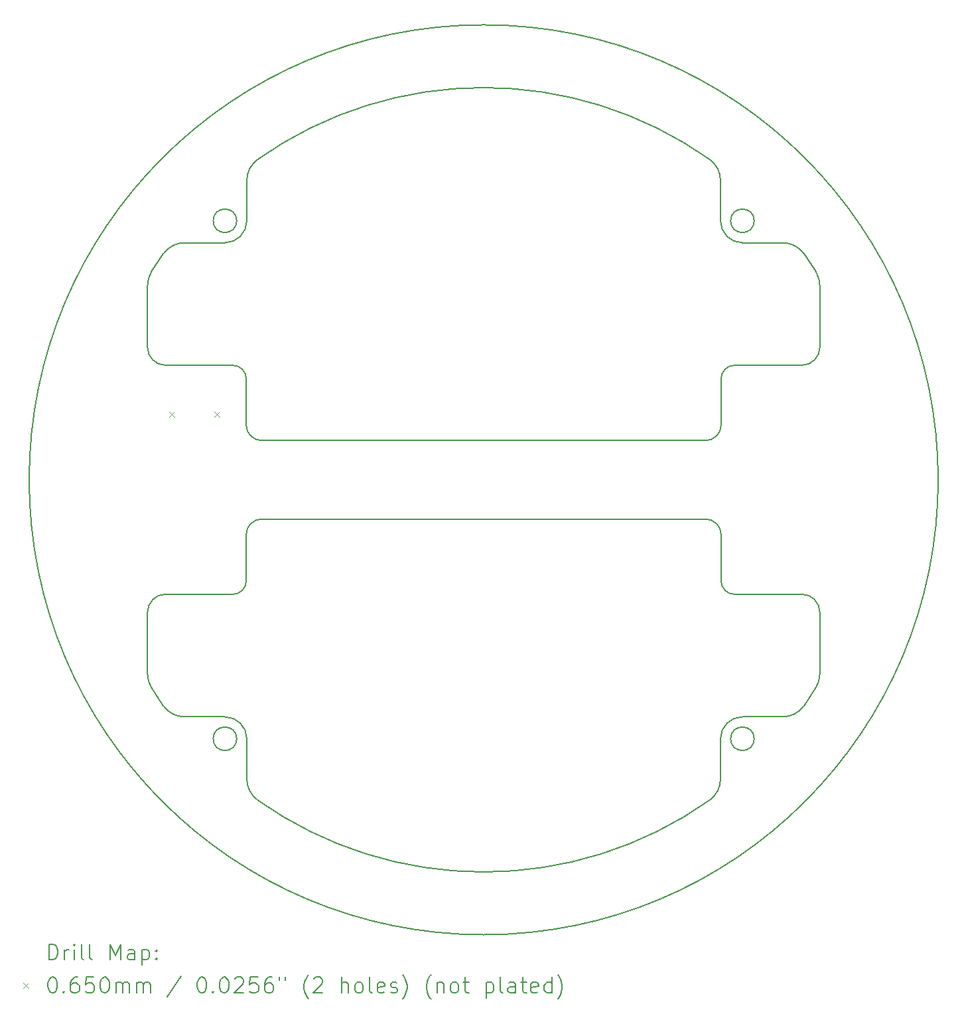
<source format=gbr>
%TF.GenerationSoftware,KiCad,Pcbnew,7.0.11*%
%TF.CreationDate,2025-01-20T01:48:32+09:00*%
%TF.ProjectId,Line,4c696e65-2e6b-4696-9361-645f70636258,rev?*%
%TF.SameCoordinates,Original*%
%TF.FileFunction,Drillmap*%
%TF.FilePolarity,Positive*%
%FSLAX45Y45*%
G04 Gerber Fmt 4.5, Leading zero omitted, Abs format (unit mm)*
G04 Created by KiCad (PCBNEW 7.0.11) date 2025-01-20 01:48:32*
%MOMM*%
%LPD*%
G01*
G04 APERTURE LIST*
%ADD10C,0.200000*%
%ADD11C,0.100000*%
G04 APERTURE END LIST*
D10*
X12409400Y-10660000D02*
X18070235Y-10660000D01*
X12087924Y-13461893D02*
G75*
G03*
X11787924Y-13461893I-150000J0D01*
G01*
X11787924Y-13461893D02*
G75*
G03*
X12087924Y-13461893I150000J0D01*
G01*
X18262129Y-13461893D02*
X18262129Y-13975588D01*
X19325395Y-7277629D02*
X19479809Y-7510005D01*
X18439835Y-8700415D02*
G75*
G03*
X18270235Y-8870018I5J-169605D01*
G01*
X18270240Y-10860000D02*
G75*
G03*
X18070235Y-10660000I-200000J0D01*
G01*
X18262129Y-6344412D02*
X18262129Y-6858107D01*
X18122187Y-14245575D02*
G75*
G03*
X18262129Y-13975588I-190467J269986D01*
G01*
X11154241Y-13042371D02*
X10999826Y-12809995D01*
X10949603Y-8470000D02*
G75*
G03*
X11180020Y-8700418I230418J0D01*
G01*
X11424230Y-7137689D02*
X11937924Y-7137689D01*
X19325396Y-7277629D02*
G75*
G03*
X19055405Y-7137689I-269986J-190471D01*
G01*
X18541711Y-13182309D02*
G75*
G03*
X18262129Y-13461893I-1J-279581D01*
G01*
X11180020Y-11619582D02*
X12039800Y-11619582D01*
X18270238Y-11449982D02*
G75*
G03*
X18439835Y-11619582I169603J3D01*
G01*
X19055405Y-13182311D02*
X18541711Y-13182311D01*
X12409400Y-10660000D02*
G75*
G03*
X12209400Y-10860000I0J-200000D01*
G01*
X12209400Y-11449982D02*
X12209400Y-10860000D01*
X18070235Y-9660000D02*
X12409400Y-9660000D01*
X12217507Y-13975588D02*
G75*
G03*
X12357447Y-14245577I330413J-2D01*
G01*
X18541711Y-7137689D02*
X19055405Y-7137689D01*
X12209402Y-8870018D02*
G75*
G03*
X12039800Y-8700418I-169603J-3D01*
G01*
X19530033Y-11850000D02*
X19530033Y-12634874D01*
X11180020Y-11619582D02*
G75*
G03*
X10949602Y-11850000I0J-230418D01*
G01*
X19530038Y-11850000D02*
G75*
G03*
X19299616Y-11619582I-230418J0D01*
G01*
X12209400Y-9460000D02*
G75*
G03*
X12409400Y-9660000I200000J0D01*
G01*
X18070235Y-9660005D02*
G75*
G03*
X18270235Y-9460000I-5J200005D01*
G01*
X19299616Y-8700423D02*
G75*
G03*
X19530033Y-8470000I-6J230423D01*
G01*
X19055405Y-13182310D02*
G75*
G03*
X19325395Y-13042371I-5J330430D01*
G01*
X12209400Y-9460000D02*
X12209400Y-8870018D01*
X11154240Y-13042371D02*
G75*
G03*
X11424230Y-13182311I269990J190481D01*
G01*
X12039800Y-8700418D02*
X11180020Y-8700418D01*
X18122188Y-6074423D02*
G75*
G03*
X12357447Y-6074423I-2882370J-4085577D01*
G01*
X19479809Y-12809995D02*
X19325395Y-13042371D01*
X18270235Y-8870018D02*
X18270235Y-9460000D01*
X18691711Y-6858107D02*
G75*
G03*
X18391711Y-6858107I-150000J0D01*
G01*
X18391711Y-6858107D02*
G75*
G03*
X18691711Y-6858107I150000J0D01*
G01*
X18262131Y-6858107D02*
G75*
G03*
X18541711Y-7137689I279579J-3D01*
G01*
X12357447Y-6074423D02*
G75*
G03*
X12217507Y-6344412I190473J-269987D01*
G01*
X12039800Y-11619580D02*
G75*
G03*
X12209400Y-11449982I0J169600D01*
G01*
X18270235Y-10860000D02*
X18270235Y-11449982D01*
X12087924Y-6858107D02*
G75*
G03*
X11787924Y-6858107I-150000J0D01*
G01*
X11787924Y-6858107D02*
G75*
G03*
X12087924Y-6858107I150000J0D01*
G01*
X10999828Y-7510006D02*
G75*
G03*
X10949602Y-7685126I280192J-175124D01*
G01*
X10999826Y-7510005D02*
X11154241Y-7277629D01*
X12217507Y-6858107D02*
X12217507Y-6344412D01*
X19299616Y-8700418D02*
X18439835Y-8700418D01*
X12217499Y-13461893D02*
G75*
G03*
X11937924Y-13182311I-279579J3D01*
G01*
X18439835Y-11619582D02*
X19299616Y-11619582D01*
X18691711Y-13461893D02*
G75*
G03*
X18391711Y-13461893I-150000J0D01*
G01*
X18391711Y-13461893D02*
G75*
G03*
X18691711Y-13461893I150000J0D01*
G01*
X21039818Y-10160000D02*
G75*
G03*
X9439818Y-10160000I-5800000J0D01*
G01*
X9439818Y-10160000D02*
G75*
G03*
X21039818Y-10160000I5800000J0D01*
G01*
X11424230Y-7137690D02*
G75*
G03*
X11154241Y-7277629I0J-330420D01*
G01*
X10949602Y-12634874D02*
X10949602Y-11850000D01*
X12217507Y-13975588D02*
X12217507Y-13461893D01*
X11937924Y-7137697D02*
G75*
G03*
X12217507Y-6858107I-4J279587D01*
G01*
X10949600Y-12634874D02*
G75*
G03*
X10999826Y-12809995I330420J4D01*
G01*
X18262126Y-6344412D02*
G75*
G03*
X18122188Y-6074423I-330416J2D01*
G01*
X11937924Y-13182311D02*
X11424230Y-13182311D01*
X19530033Y-7685126D02*
X19530033Y-8470000D01*
X12357447Y-14245577D02*
G75*
G03*
X18122188Y-14245577I2882371J4085577D01*
G01*
X19479811Y-12809996D02*
G75*
G03*
X19530033Y-12634874I-280221J175126D01*
G01*
X10949602Y-8470000D02*
X10949602Y-7685126D01*
X19530034Y-7685126D02*
G75*
G03*
X19479809Y-7510005I-330394J6D01*
G01*
D11*
X11225856Y-9294080D02*
X11290856Y-9359080D01*
X11290856Y-9294080D02*
X11225856Y-9359080D01*
X11803856Y-9294080D02*
X11868856Y-9359080D01*
X11868856Y-9294080D02*
X11803856Y-9359080D01*
D10*
X9690594Y-16281484D02*
X9690594Y-16081484D01*
X9690594Y-16081484D02*
X9738213Y-16081484D01*
X9738213Y-16081484D02*
X9766785Y-16091008D01*
X9766785Y-16091008D02*
X9785833Y-16110055D01*
X9785833Y-16110055D02*
X9795356Y-16129103D01*
X9795356Y-16129103D02*
X9804880Y-16167198D01*
X9804880Y-16167198D02*
X9804880Y-16195769D01*
X9804880Y-16195769D02*
X9795356Y-16233865D01*
X9795356Y-16233865D02*
X9785833Y-16252912D01*
X9785833Y-16252912D02*
X9766785Y-16271960D01*
X9766785Y-16271960D02*
X9738213Y-16281484D01*
X9738213Y-16281484D02*
X9690594Y-16281484D01*
X9890594Y-16281484D02*
X9890594Y-16148150D01*
X9890594Y-16186246D02*
X9900118Y-16167198D01*
X9900118Y-16167198D02*
X9909642Y-16157674D01*
X9909642Y-16157674D02*
X9928690Y-16148150D01*
X9928690Y-16148150D02*
X9947737Y-16148150D01*
X10014404Y-16281484D02*
X10014404Y-16148150D01*
X10014404Y-16081484D02*
X10004880Y-16091008D01*
X10004880Y-16091008D02*
X10014404Y-16100531D01*
X10014404Y-16100531D02*
X10023928Y-16091008D01*
X10023928Y-16091008D02*
X10014404Y-16081484D01*
X10014404Y-16081484D02*
X10014404Y-16100531D01*
X10138213Y-16281484D02*
X10119166Y-16271960D01*
X10119166Y-16271960D02*
X10109642Y-16252912D01*
X10109642Y-16252912D02*
X10109642Y-16081484D01*
X10242975Y-16281484D02*
X10223928Y-16271960D01*
X10223928Y-16271960D02*
X10214404Y-16252912D01*
X10214404Y-16252912D02*
X10214404Y-16081484D01*
X10471547Y-16281484D02*
X10471547Y-16081484D01*
X10471547Y-16081484D02*
X10538214Y-16224341D01*
X10538214Y-16224341D02*
X10604880Y-16081484D01*
X10604880Y-16081484D02*
X10604880Y-16281484D01*
X10785833Y-16281484D02*
X10785833Y-16176722D01*
X10785833Y-16176722D02*
X10776309Y-16157674D01*
X10776309Y-16157674D02*
X10757261Y-16148150D01*
X10757261Y-16148150D02*
X10719166Y-16148150D01*
X10719166Y-16148150D02*
X10700118Y-16157674D01*
X10785833Y-16271960D02*
X10766785Y-16281484D01*
X10766785Y-16281484D02*
X10719166Y-16281484D01*
X10719166Y-16281484D02*
X10700118Y-16271960D01*
X10700118Y-16271960D02*
X10690594Y-16252912D01*
X10690594Y-16252912D02*
X10690594Y-16233865D01*
X10690594Y-16233865D02*
X10700118Y-16214817D01*
X10700118Y-16214817D02*
X10719166Y-16205293D01*
X10719166Y-16205293D02*
X10766785Y-16205293D01*
X10766785Y-16205293D02*
X10785833Y-16195769D01*
X10881071Y-16148150D02*
X10881071Y-16348150D01*
X10881071Y-16157674D02*
X10900118Y-16148150D01*
X10900118Y-16148150D02*
X10938214Y-16148150D01*
X10938214Y-16148150D02*
X10957261Y-16157674D01*
X10957261Y-16157674D02*
X10966785Y-16167198D01*
X10966785Y-16167198D02*
X10976309Y-16186246D01*
X10976309Y-16186246D02*
X10976309Y-16243388D01*
X10976309Y-16243388D02*
X10966785Y-16262436D01*
X10966785Y-16262436D02*
X10957261Y-16271960D01*
X10957261Y-16271960D02*
X10938214Y-16281484D01*
X10938214Y-16281484D02*
X10900118Y-16281484D01*
X10900118Y-16281484D02*
X10881071Y-16271960D01*
X11062023Y-16262436D02*
X11071547Y-16271960D01*
X11071547Y-16271960D02*
X11062023Y-16281484D01*
X11062023Y-16281484D02*
X11052499Y-16271960D01*
X11052499Y-16271960D02*
X11062023Y-16262436D01*
X11062023Y-16262436D02*
X11062023Y-16281484D01*
X11062023Y-16157674D02*
X11071547Y-16167198D01*
X11071547Y-16167198D02*
X11062023Y-16176722D01*
X11062023Y-16176722D02*
X11052499Y-16167198D01*
X11052499Y-16167198D02*
X11062023Y-16157674D01*
X11062023Y-16157674D02*
X11062023Y-16176722D01*
D11*
X9364818Y-16577500D02*
X9429818Y-16642500D01*
X9429818Y-16577500D02*
X9364818Y-16642500D01*
D10*
X9728690Y-16501484D02*
X9747737Y-16501484D01*
X9747737Y-16501484D02*
X9766785Y-16511008D01*
X9766785Y-16511008D02*
X9776309Y-16520531D01*
X9776309Y-16520531D02*
X9785833Y-16539579D01*
X9785833Y-16539579D02*
X9795356Y-16577674D01*
X9795356Y-16577674D02*
X9795356Y-16625293D01*
X9795356Y-16625293D02*
X9785833Y-16663388D01*
X9785833Y-16663388D02*
X9776309Y-16682436D01*
X9776309Y-16682436D02*
X9766785Y-16691960D01*
X9766785Y-16691960D02*
X9747737Y-16701484D01*
X9747737Y-16701484D02*
X9728690Y-16701484D01*
X9728690Y-16701484D02*
X9709642Y-16691960D01*
X9709642Y-16691960D02*
X9700118Y-16682436D01*
X9700118Y-16682436D02*
X9690594Y-16663388D01*
X9690594Y-16663388D02*
X9681071Y-16625293D01*
X9681071Y-16625293D02*
X9681071Y-16577674D01*
X9681071Y-16577674D02*
X9690594Y-16539579D01*
X9690594Y-16539579D02*
X9700118Y-16520531D01*
X9700118Y-16520531D02*
X9709642Y-16511008D01*
X9709642Y-16511008D02*
X9728690Y-16501484D01*
X9881071Y-16682436D02*
X9890594Y-16691960D01*
X9890594Y-16691960D02*
X9881071Y-16701484D01*
X9881071Y-16701484D02*
X9871547Y-16691960D01*
X9871547Y-16691960D02*
X9881071Y-16682436D01*
X9881071Y-16682436D02*
X9881071Y-16701484D01*
X10062023Y-16501484D02*
X10023928Y-16501484D01*
X10023928Y-16501484D02*
X10004880Y-16511008D01*
X10004880Y-16511008D02*
X9995356Y-16520531D01*
X9995356Y-16520531D02*
X9976309Y-16549103D01*
X9976309Y-16549103D02*
X9966785Y-16587198D01*
X9966785Y-16587198D02*
X9966785Y-16663388D01*
X9966785Y-16663388D02*
X9976309Y-16682436D01*
X9976309Y-16682436D02*
X9985833Y-16691960D01*
X9985833Y-16691960D02*
X10004880Y-16701484D01*
X10004880Y-16701484D02*
X10042975Y-16701484D01*
X10042975Y-16701484D02*
X10062023Y-16691960D01*
X10062023Y-16691960D02*
X10071547Y-16682436D01*
X10071547Y-16682436D02*
X10081071Y-16663388D01*
X10081071Y-16663388D02*
X10081071Y-16615769D01*
X10081071Y-16615769D02*
X10071547Y-16596722D01*
X10071547Y-16596722D02*
X10062023Y-16587198D01*
X10062023Y-16587198D02*
X10042975Y-16577674D01*
X10042975Y-16577674D02*
X10004880Y-16577674D01*
X10004880Y-16577674D02*
X9985833Y-16587198D01*
X9985833Y-16587198D02*
X9976309Y-16596722D01*
X9976309Y-16596722D02*
X9966785Y-16615769D01*
X10262023Y-16501484D02*
X10166785Y-16501484D01*
X10166785Y-16501484D02*
X10157261Y-16596722D01*
X10157261Y-16596722D02*
X10166785Y-16587198D01*
X10166785Y-16587198D02*
X10185833Y-16577674D01*
X10185833Y-16577674D02*
X10233452Y-16577674D01*
X10233452Y-16577674D02*
X10252499Y-16587198D01*
X10252499Y-16587198D02*
X10262023Y-16596722D01*
X10262023Y-16596722D02*
X10271547Y-16615769D01*
X10271547Y-16615769D02*
X10271547Y-16663388D01*
X10271547Y-16663388D02*
X10262023Y-16682436D01*
X10262023Y-16682436D02*
X10252499Y-16691960D01*
X10252499Y-16691960D02*
X10233452Y-16701484D01*
X10233452Y-16701484D02*
X10185833Y-16701484D01*
X10185833Y-16701484D02*
X10166785Y-16691960D01*
X10166785Y-16691960D02*
X10157261Y-16682436D01*
X10395356Y-16501484D02*
X10414404Y-16501484D01*
X10414404Y-16501484D02*
X10433452Y-16511008D01*
X10433452Y-16511008D02*
X10442975Y-16520531D01*
X10442975Y-16520531D02*
X10452499Y-16539579D01*
X10452499Y-16539579D02*
X10462023Y-16577674D01*
X10462023Y-16577674D02*
X10462023Y-16625293D01*
X10462023Y-16625293D02*
X10452499Y-16663388D01*
X10452499Y-16663388D02*
X10442975Y-16682436D01*
X10442975Y-16682436D02*
X10433452Y-16691960D01*
X10433452Y-16691960D02*
X10414404Y-16701484D01*
X10414404Y-16701484D02*
X10395356Y-16701484D01*
X10395356Y-16701484D02*
X10376309Y-16691960D01*
X10376309Y-16691960D02*
X10366785Y-16682436D01*
X10366785Y-16682436D02*
X10357261Y-16663388D01*
X10357261Y-16663388D02*
X10347737Y-16625293D01*
X10347737Y-16625293D02*
X10347737Y-16577674D01*
X10347737Y-16577674D02*
X10357261Y-16539579D01*
X10357261Y-16539579D02*
X10366785Y-16520531D01*
X10366785Y-16520531D02*
X10376309Y-16511008D01*
X10376309Y-16511008D02*
X10395356Y-16501484D01*
X10547737Y-16701484D02*
X10547737Y-16568150D01*
X10547737Y-16587198D02*
X10557261Y-16577674D01*
X10557261Y-16577674D02*
X10576309Y-16568150D01*
X10576309Y-16568150D02*
X10604880Y-16568150D01*
X10604880Y-16568150D02*
X10623928Y-16577674D01*
X10623928Y-16577674D02*
X10633452Y-16596722D01*
X10633452Y-16596722D02*
X10633452Y-16701484D01*
X10633452Y-16596722D02*
X10642975Y-16577674D01*
X10642975Y-16577674D02*
X10662023Y-16568150D01*
X10662023Y-16568150D02*
X10690594Y-16568150D01*
X10690594Y-16568150D02*
X10709642Y-16577674D01*
X10709642Y-16577674D02*
X10719166Y-16596722D01*
X10719166Y-16596722D02*
X10719166Y-16701484D01*
X10814404Y-16701484D02*
X10814404Y-16568150D01*
X10814404Y-16587198D02*
X10823928Y-16577674D01*
X10823928Y-16577674D02*
X10842975Y-16568150D01*
X10842975Y-16568150D02*
X10871547Y-16568150D01*
X10871547Y-16568150D02*
X10890595Y-16577674D01*
X10890595Y-16577674D02*
X10900118Y-16596722D01*
X10900118Y-16596722D02*
X10900118Y-16701484D01*
X10900118Y-16596722D02*
X10909642Y-16577674D01*
X10909642Y-16577674D02*
X10928690Y-16568150D01*
X10928690Y-16568150D02*
X10957261Y-16568150D01*
X10957261Y-16568150D02*
X10976309Y-16577674D01*
X10976309Y-16577674D02*
X10985833Y-16596722D01*
X10985833Y-16596722D02*
X10985833Y-16701484D01*
X11376309Y-16491960D02*
X11204880Y-16749103D01*
X11633452Y-16501484D02*
X11652499Y-16501484D01*
X11652499Y-16501484D02*
X11671547Y-16511008D01*
X11671547Y-16511008D02*
X11681071Y-16520531D01*
X11681071Y-16520531D02*
X11690595Y-16539579D01*
X11690595Y-16539579D02*
X11700118Y-16577674D01*
X11700118Y-16577674D02*
X11700118Y-16625293D01*
X11700118Y-16625293D02*
X11690595Y-16663388D01*
X11690595Y-16663388D02*
X11681071Y-16682436D01*
X11681071Y-16682436D02*
X11671547Y-16691960D01*
X11671547Y-16691960D02*
X11652499Y-16701484D01*
X11652499Y-16701484D02*
X11633452Y-16701484D01*
X11633452Y-16701484D02*
X11614404Y-16691960D01*
X11614404Y-16691960D02*
X11604880Y-16682436D01*
X11604880Y-16682436D02*
X11595356Y-16663388D01*
X11595356Y-16663388D02*
X11585833Y-16625293D01*
X11585833Y-16625293D02*
X11585833Y-16577674D01*
X11585833Y-16577674D02*
X11595356Y-16539579D01*
X11595356Y-16539579D02*
X11604880Y-16520531D01*
X11604880Y-16520531D02*
X11614404Y-16511008D01*
X11614404Y-16511008D02*
X11633452Y-16501484D01*
X11785833Y-16682436D02*
X11795356Y-16691960D01*
X11795356Y-16691960D02*
X11785833Y-16701484D01*
X11785833Y-16701484D02*
X11776309Y-16691960D01*
X11776309Y-16691960D02*
X11785833Y-16682436D01*
X11785833Y-16682436D02*
X11785833Y-16701484D01*
X11919166Y-16501484D02*
X11938214Y-16501484D01*
X11938214Y-16501484D02*
X11957261Y-16511008D01*
X11957261Y-16511008D02*
X11966785Y-16520531D01*
X11966785Y-16520531D02*
X11976309Y-16539579D01*
X11976309Y-16539579D02*
X11985833Y-16577674D01*
X11985833Y-16577674D02*
X11985833Y-16625293D01*
X11985833Y-16625293D02*
X11976309Y-16663388D01*
X11976309Y-16663388D02*
X11966785Y-16682436D01*
X11966785Y-16682436D02*
X11957261Y-16691960D01*
X11957261Y-16691960D02*
X11938214Y-16701484D01*
X11938214Y-16701484D02*
X11919166Y-16701484D01*
X11919166Y-16701484D02*
X11900118Y-16691960D01*
X11900118Y-16691960D02*
X11890595Y-16682436D01*
X11890595Y-16682436D02*
X11881071Y-16663388D01*
X11881071Y-16663388D02*
X11871547Y-16625293D01*
X11871547Y-16625293D02*
X11871547Y-16577674D01*
X11871547Y-16577674D02*
X11881071Y-16539579D01*
X11881071Y-16539579D02*
X11890595Y-16520531D01*
X11890595Y-16520531D02*
X11900118Y-16511008D01*
X11900118Y-16511008D02*
X11919166Y-16501484D01*
X12062023Y-16520531D02*
X12071547Y-16511008D01*
X12071547Y-16511008D02*
X12090595Y-16501484D01*
X12090595Y-16501484D02*
X12138214Y-16501484D01*
X12138214Y-16501484D02*
X12157261Y-16511008D01*
X12157261Y-16511008D02*
X12166785Y-16520531D01*
X12166785Y-16520531D02*
X12176309Y-16539579D01*
X12176309Y-16539579D02*
X12176309Y-16558627D01*
X12176309Y-16558627D02*
X12166785Y-16587198D01*
X12166785Y-16587198D02*
X12052499Y-16701484D01*
X12052499Y-16701484D02*
X12176309Y-16701484D01*
X12357261Y-16501484D02*
X12262023Y-16501484D01*
X12262023Y-16501484D02*
X12252499Y-16596722D01*
X12252499Y-16596722D02*
X12262023Y-16587198D01*
X12262023Y-16587198D02*
X12281071Y-16577674D01*
X12281071Y-16577674D02*
X12328690Y-16577674D01*
X12328690Y-16577674D02*
X12347737Y-16587198D01*
X12347737Y-16587198D02*
X12357261Y-16596722D01*
X12357261Y-16596722D02*
X12366785Y-16615769D01*
X12366785Y-16615769D02*
X12366785Y-16663388D01*
X12366785Y-16663388D02*
X12357261Y-16682436D01*
X12357261Y-16682436D02*
X12347737Y-16691960D01*
X12347737Y-16691960D02*
X12328690Y-16701484D01*
X12328690Y-16701484D02*
X12281071Y-16701484D01*
X12281071Y-16701484D02*
X12262023Y-16691960D01*
X12262023Y-16691960D02*
X12252499Y-16682436D01*
X12538214Y-16501484D02*
X12500118Y-16501484D01*
X12500118Y-16501484D02*
X12481071Y-16511008D01*
X12481071Y-16511008D02*
X12471547Y-16520531D01*
X12471547Y-16520531D02*
X12452499Y-16549103D01*
X12452499Y-16549103D02*
X12442976Y-16587198D01*
X12442976Y-16587198D02*
X12442976Y-16663388D01*
X12442976Y-16663388D02*
X12452499Y-16682436D01*
X12452499Y-16682436D02*
X12462023Y-16691960D01*
X12462023Y-16691960D02*
X12481071Y-16701484D01*
X12481071Y-16701484D02*
X12519166Y-16701484D01*
X12519166Y-16701484D02*
X12538214Y-16691960D01*
X12538214Y-16691960D02*
X12547737Y-16682436D01*
X12547737Y-16682436D02*
X12557261Y-16663388D01*
X12557261Y-16663388D02*
X12557261Y-16615769D01*
X12557261Y-16615769D02*
X12547737Y-16596722D01*
X12547737Y-16596722D02*
X12538214Y-16587198D01*
X12538214Y-16587198D02*
X12519166Y-16577674D01*
X12519166Y-16577674D02*
X12481071Y-16577674D01*
X12481071Y-16577674D02*
X12462023Y-16587198D01*
X12462023Y-16587198D02*
X12452499Y-16596722D01*
X12452499Y-16596722D02*
X12442976Y-16615769D01*
X12633452Y-16501484D02*
X12633452Y-16539579D01*
X12709642Y-16501484D02*
X12709642Y-16539579D01*
X13004880Y-16777674D02*
X12995357Y-16768150D01*
X12995357Y-16768150D02*
X12976309Y-16739579D01*
X12976309Y-16739579D02*
X12966785Y-16720531D01*
X12966785Y-16720531D02*
X12957261Y-16691960D01*
X12957261Y-16691960D02*
X12947738Y-16644341D01*
X12947738Y-16644341D02*
X12947738Y-16606246D01*
X12947738Y-16606246D02*
X12957261Y-16558627D01*
X12957261Y-16558627D02*
X12966785Y-16530055D01*
X12966785Y-16530055D02*
X12976309Y-16511008D01*
X12976309Y-16511008D02*
X12995357Y-16482436D01*
X12995357Y-16482436D02*
X13004880Y-16472912D01*
X13071547Y-16520531D02*
X13081071Y-16511008D01*
X13081071Y-16511008D02*
X13100118Y-16501484D01*
X13100118Y-16501484D02*
X13147738Y-16501484D01*
X13147738Y-16501484D02*
X13166785Y-16511008D01*
X13166785Y-16511008D02*
X13176309Y-16520531D01*
X13176309Y-16520531D02*
X13185833Y-16539579D01*
X13185833Y-16539579D02*
X13185833Y-16558627D01*
X13185833Y-16558627D02*
X13176309Y-16587198D01*
X13176309Y-16587198D02*
X13062023Y-16701484D01*
X13062023Y-16701484D02*
X13185833Y-16701484D01*
X13423928Y-16701484D02*
X13423928Y-16501484D01*
X13509642Y-16701484D02*
X13509642Y-16596722D01*
X13509642Y-16596722D02*
X13500119Y-16577674D01*
X13500119Y-16577674D02*
X13481071Y-16568150D01*
X13481071Y-16568150D02*
X13452499Y-16568150D01*
X13452499Y-16568150D02*
X13433452Y-16577674D01*
X13433452Y-16577674D02*
X13423928Y-16587198D01*
X13633452Y-16701484D02*
X13614404Y-16691960D01*
X13614404Y-16691960D02*
X13604880Y-16682436D01*
X13604880Y-16682436D02*
X13595357Y-16663388D01*
X13595357Y-16663388D02*
X13595357Y-16606246D01*
X13595357Y-16606246D02*
X13604880Y-16587198D01*
X13604880Y-16587198D02*
X13614404Y-16577674D01*
X13614404Y-16577674D02*
X13633452Y-16568150D01*
X13633452Y-16568150D02*
X13662023Y-16568150D01*
X13662023Y-16568150D02*
X13681071Y-16577674D01*
X13681071Y-16577674D02*
X13690595Y-16587198D01*
X13690595Y-16587198D02*
X13700119Y-16606246D01*
X13700119Y-16606246D02*
X13700119Y-16663388D01*
X13700119Y-16663388D02*
X13690595Y-16682436D01*
X13690595Y-16682436D02*
X13681071Y-16691960D01*
X13681071Y-16691960D02*
X13662023Y-16701484D01*
X13662023Y-16701484D02*
X13633452Y-16701484D01*
X13814404Y-16701484D02*
X13795357Y-16691960D01*
X13795357Y-16691960D02*
X13785833Y-16672912D01*
X13785833Y-16672912D02*
X13785833Y-16501484D01*
X13966785Y-16691960D02*
X13947738Y-16701484D01*
X13947738Y-16701484D02*
X13909642Y-16701484D01*
X13909642Y-16701484D02*
X13890595Y-16691960D01*
X13890595Y-16691960D02*
X13881071Y-16672912D01*
X13881071Y-16672912D02*
X13881071Y-16596722D01*
X13881071Y-16596722D02*
X13890595Y-16577674D01*
X13890595Y-16577674D02*
X13909642Y-16568150D01*
X13909642Y-16568150D02*
X13947738Y-16568150D01*
X13947738Y-16568150D02*
X13966785Y-16577674D01*
X13966785Y-16577674D02*
X13976309Y-16596722D01*
X13976309Y-16596722D02*
X13976309Y-16615769D01*
X13976309Y-16615769D02*
X13881071Y-16634817D01*
X14052500Y-16691960D02*
X14071547Y-16701484D01*
X14071547Y-16701484D02*
X14109642Y-16701484D01*
X14109642Y-16701484D02*
X14128690Y-16691960D01*
X14128690Y-16691960D02*
X14138214Y-16672912D01*
X14138214Y-16672912D02*
X14138214Y-16663388D01*
X14138214Y-16663388D02*
X14128690Y-16644341D01*
X14128690Y-16644341D02*
X14109642Y-16634817D01*
X14109642Y-16634817D02*
X14081071Y-16634817D01*
X14081071Y-16634817D02*
X14062023Y-16625293D01*
X14062023Y-16625293D02*
X14052500Y-16606246D01*
X14052500Y-16606246D02*
X14052500Y-16596722D01*
X14052500Y-16596722D02*
X14062023Y-16577674D01*
X14062023Y-16577674D02*
X14081071Y-16568150D01*
X14081071Y-16568150D02*
X14109642Y-16568150D01*
X14109642Y-16568150D02*
X14128690Y-16577674D01*
X14204881Y-16777674D02*
X14214404Y-16768150D01*
X14214404Y-16768150D02*
X14233452Y-16739579D01*
X14233452Y-16739579D02*
X14242976Y-16720531D01*
X14242976Y-16720531D02*
X14252500Y-16691960D01*
X14252500Y-16691960D02*
X14262023Y-16644341D01*
X14262023Y-16644341D02*
X14262023Y-16606246D01*
X14262023Y-16606246D02*
X14252500Y-16558627D01*
X14252500Y-16558627D02*
X14242976Y-16530055D01*
X14242976Y-16530055D02*
X14233452Y-16511008D01*
X14233452Y-16511008D02*
X14214404Y-16482436D01*
X14214404Y-16482436D02*
X14204881Y-16472912D01*
X14566785Y-16777674D02*
X14557261Y-16768150D01*
X14557261Y-16768150D02*
X14538214Y-16739579D01*
X14538214Y-16739579D02*
X14528690Y-16720531D01*
X14528690Y-16720531D02*
X14519166Y-16691960D01*
X14519166Y-16691960D02*
X14509642Y-16644341D01*
X14509642Y-16644341D02*
X14509642Y-16606246D01*
X14509642Y-16606246D02*
X14519166Y-16558627D01*
X14519166Y-16558627D02*
X14528690Y-16530055D01*
X14528690Y-16530055D02*
X14538214Y-16511008D01*
X14538214Y-16511008D02*
X14557261Y-16482436D01*
X14557261Y-16482436D02*
X14566785Y-16472912D01*
X14642976Y-16568150D02*
X14642976Y-16701484D01*
X14642976Y-16587198D02*
X14652500Y-16577674D01*
X14652500Y-16577674D02*
X14671547Y-16568150D01*
X14671547Y-16568150D02*
X14700119Y-16568150D01*
X14700119Y-16568150D02*
X14719166Y-16577674D01*
X14719166Y-16577674D02*
X14728690Y-16596722D01*
X14728690Y-16596722D02*
X14728690Y-16701484D01*
X14852500Y-16701484D02*
X14833452Y-16691960D01*
X14833452Y-16691960D02*
X14823928Y-16682436D01*
X14823928Y-16682436D02*
X14814404Y-16663388D01*
X14814404Y-16663388D02*
X14814404Y-16606246D01*
X14814404Y-16606246D02*
X14823928Y-16587198D01*
X14823928Y-16587198D02*
X14833452Y-16577674D01*
X14833452Y-16577674D02*
X14852500Y-16568150D01*
X14852500Y-16568150D02*
X14881071Y-16568150D01*
X14881071Y-16568150D02*
X14900119Y-16577674D01*
X14900119Y-16577674D02*
X14909642Y-16587198D01*
X14909642Y-16587198D02*
X14919166Y-16606246D01*
X14919166Y-16606246D02*
X14919166Y-16663388D01*
X14919166Y-16663388D02*
X14909642Y-16682436D01*
X14909642Y-16682436D02*
X14900119Y-16691960D01*
X14900119Y-16691960D02*
X14881071Y-16701484D01*
X14881071Y-16701484D02*
X14852500Y-16701484D01*
X14976309Y-16568150D02*
X15052500Y-16568150D01*
X15004881Y-16501484D02*
X15004881Y-16672912D01*
X15004881Y-16672912D02*
X15014404Y-16691960D01*
X15014404Y-16691960D02*
X15033452Y-16701484D01*
X15033452Y-16701484D02*
X15052500Y-16701484D01*
X15271547Y-16568150D02*
X15271547Y-16768150D01*
X15271547Y-16577674D02*
X15290595Y-16568150D01*
X15290595Y-16568150D02*
X15328690Y-16568150D01*
X15328690Y-16568150D02*
X15347738Y-16577674D01*
X15347738Y-16577674D02*
X15357262Y-16587198D01*
X15357262Y-16587198D02*
X15366785Y-16606246D01*
X15366785Y-16606246D02*
X15366785Y-16663388D01*
X15366785Y-16663388D02*
X15357262Y-16682436D01*
X15357262Y-16682436D02*
X15347738Y-16691960D01*
X15347738Y-16691960D02*
X15328690Y-16701484D01*
X15328690Y-16701484D02*
X15290595Y-16701484D01*
X15290595Y-16701484D02*
X15271547Y-16691960D01*
X15481071Y-16701484D02*
X15462023Y-16691960D01*
X15462023Y-16691960D02*
X15452500Y-16672912D01*
X15452500Y-16672912D02*
X15452500Y-16501484D01*
X15642976Y-16701484D02*
X15642976Y-16596722D01*
X15642976Y-16596722D02*
X15633452Y-16577674D01*
X15633452Y-16577674D02*
X15614404Y-16568150D01*
X15614404Y-16568150D02*
X15576309Y-16568150D01*
X15576309Y-16568150D02*
X15557262Y-16577674D01*
X15642976Y-16691960D02*
X15623928Y-16701484D01*
X15623928Y-16701484D02*
X15576309Y-16701484D01*
X15576309Y-16701484D02*
X15557262Y-16691960D01*
X15557262Y-16691960D02*
X15547738Y-16672912D01*
X15547738Y-16672912D02*
X15547738Y-16653865D01*
X15547738Y-16653865D02*
X15557262Y-16634817D01*
X15557262Y-16634817D02*
X15576309Y-16625293D01*
X15576309Y-16625293D02*
X15623928Y-16625293D01*
X15623928Y-16625293D02*
X15642976Y-16615769D01*
X15709643Y-16568150D02*
X15785833Y-16568150D01*
X15738214Y-16501484D02*
X15738214Y-16672912D01*
X15738214Y-16672912D02*
X15747738Y-16691960D01*
X15747738Y-16691960D02*
X15766785Y-16701484D01*
X15766785Y-16701484D02*
X15785833Y-16701484D01*
X15928690Y-16691960D02*
X15909643Y-16701484D01*
X15909643Y-16701484D02*
X15871547Y-16701484D01*
X15871547Y-16701484D02*
X15852500Y-16691960D01*
X15852500Y-16691960D02*
X15842976Y-16672912D01*
X15842976Y-16672912D02*
X15842976Y-16596722D01*
X15842976Y-16596722D02*
X15852500Y-16577674D01*
X15852500Y-16577674D02*
X15871547Y-16568150D01*
X15871547Y-16568150D02*
X15909643Y-16568150D01*
X15909643Y-16568150D02*
X15928690Y-16577674D01*
X15928690Y-16577674D02*
X15938214Y-16596722D01*
X15938214Y-16596722D02*
X15938214Y-16615769D01*
X15938214Y-16615769D02*
X15842976Y-16634817D01*
X16109643Y-16701484D02*
X16109643Y-16501484D01*
X16109643Y-16691960D02*
X16090595Y-16701484D01*
X16090595Y-16701484D02*
X16052500Y-16701484D01*
X16052500Y-16701484D02*
X16033452Y-16691960D01*
X16033452Y-16691960D02*
X16023928Y-16682436D01*
X16023928Y-16682436D02*
X16014404Y-16663388D01*
X16014404Y-16663388D02*
X16014404Y-16606246D01*
X16014404Y-16606246D02*
X16023928Y-16587198D01*
X16023928Y-16587198D02*
X16033452Y-16577674D01*
X16033452Y-16577674D02*
X16052500Y-16568150D01*
X16052500Y-16568150D02*
X16090595Y-16568150D01*
X16090595Y-16568150D02*
X16109643Y-16577674D01*
X16185833Y-16777674D02*
X16195357Y-16768150D01*
X16195357Y-16768150D02*
X16214404Y-16739579D01*
X16214404Y-16739579D02*
X16223928Y-16720531D01*
X16223928Y-16720531D02*
X16233452Y-16691960D01*
X16233452Y-16691960D02*
X16242976Y-16644341D01*
X16242976Y-16644341D02*
X16242976Y-16606246D01*
X16242976Y-16606246D02*
X16233452Y-16558627D01*
X16233452Y-16558627D02*
X16223928Y-16530055D01*
X16223928Y-16530055D02*
X16214404Y-16511008D01*
X16214404Y-16511008D02*
X16195357Y-16482436D01*
X16195357Y-16482436D02*
X16185833Y-16472912D01*
M02*

</source>
